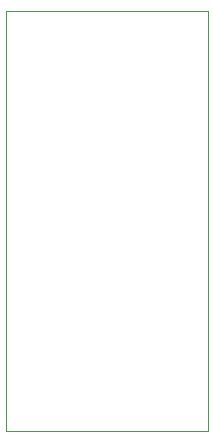
<source format=gbr>
%TF.GenerationSoftware,KiCad,Pcbnew,(6.0.11)*%
%TF.CreationDate,2024-01-03T21:36:34+00:00*%
%TF.ProjectId,BBCB-SWRAM-32,42424342-2d53-4575-9241-4d2d33322e6b,rev?*%
%TF.SameCoordinates,Original*%
%TF.FileFunction,Profile,NP*%
%FSLAX46Y46*%
G04 Gerber Fmt 4.6, Leading zero omitted, Abs format (unit mm)*
G04 Created by KiCad (PCBNEW (6.0.11)) date 2024-01-03 21:36:34*
%MOMM*%
%LPD*%
G01*
G04 APERTURE LIST*
%TA.AperFunction,Profile*%
%ADD10C,0.100000*%
%TD*%
G04 APERTURE END LIST*
D10*
X151585000Y-91560000D02*
X168685000Y-91560000D01*
X168685000Y-91560000D02*
X168685000Y-55990000D01*
X168685000Y-55990000D02*
X151585000Y-55990000D01*
X151585000Y-55990000D02*
X151585000Y-91560000D01*
M02*

</source>
